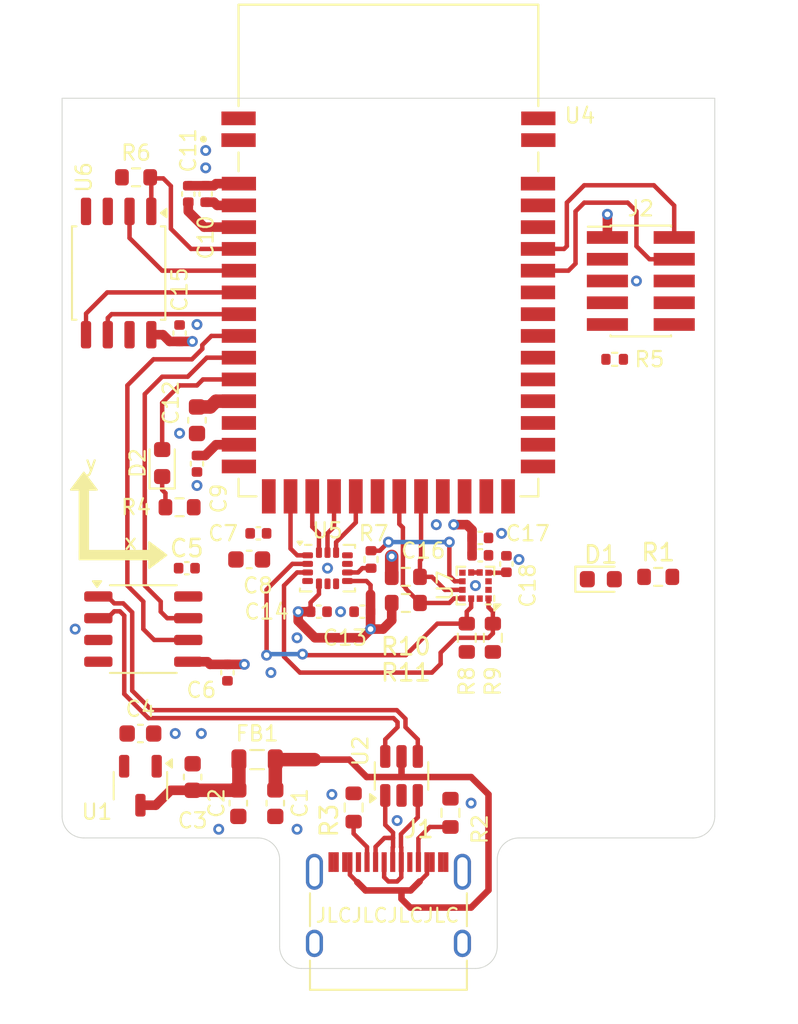
<source format=kicad_pcb>
(kicad_pcb (version 20240108) (generator "pcbnew") (generator_version "8.0")
  (layers (0 "F.Cu" signal) (31 "B.Cu" signal) (34 "B.Paste" user) (35 "F.Paste" user) (36 "B.SilkS" user "B.Silkscreen") (37 "F.SilkS" user "F.Silkscreen") (38 "B.Mask" user) (39 "F.Mask" user) (44 "Edge.Cuts" user))
  (net 0 "")
  (net 1 "GND")
  (net 2 "VBUS")
  (net 3 "+5V")
  (net 4 "+3V3")
  (net 5 "/Power + MCU + SWD/V3")
  (net 6 "/Power + MCU + SWD/0V9_DECOUPLE")
  (net 7 "/Power + MCU + SWD/1V3_RADIO_DECOUPLE")
  (net 8 "/Power + MCU + SWD/SUPPLY_DECOUPLE")
  (net 9 "/Power + MCU + SWD/1V3_LDO_DECOUPLE")
  (net 10 "/Peripherals/EXT_CAP")
  (net 11 "/Power + MCU + SWD/PWR_LED_C")
  (net 12 "/Power + MCU + SWD/DEBUG_LED_A")
  (net 13 "/Power + MCU + SWD/DEBUG_LED_C")
  (net 14 "/Power + MCU + SWD/CONN_DP")
  (net 15 "/Power + MCU + SWD/CONN_DN")
  (net 17 "/Power + MCU + SWD/CONN_CC2")
  (net 18 "/Power + MCU + SWD/CONN_CC1")
  (net 20 "/Power + MCU + SWD/SWD_GND_DET")
  (net 21 "/Power + MCU + SWD/SWDIO")
  (net 26 "/Power + MCU + SWD/SWDCLK")
  (net 27 "FLASH_nCS")
  (net 28 "/Peripherals/6DOF_INT2")
  (net 29 "/Peripherals/MAG_DRDY")
  (net 30 "/Peripherals/MAG_SDA_MOSI")
  (net 31 "/Peripherals/MAG_SCLK")
  (net 32 "MAG_nCHIP_SEL")
  (net 33 "MAG_MISO")
  (net 34 "/Power + MCU + SWD/USB_DP")
  (net 35 "/Power + MCU + SWD/USB_DN")
  (net 37 "/Power + MCU + SWD/UART_TX")
  (net 38 "/Power + MCU + SWD/UART_RX")
  (net 41 "FLASH_MISO")
  (net 43 "6DOF_nCHIP_SEL")
  (net 46 "6DOF_MISO")
  (net 50 "6DOF_SDA_MOSI")
  (net 54 "FLASH_SCLK")
  (net 56 "6DOF_SCLK")
  (net 58 "FLASH_MOSI")
  (net 63 "/Peripherals/6DOF_INT1")
  (net 68 "/Peripherals/MAG_INT")
  (footprint "Capacitor_SMD:C_0603_1608Metric" (layer "F.Cu") (at 97.028 98.552 90)
    (property "Reference" "C3")
    (property "Value" "4u7")
  )
  (footprint "Resistor_SMD:R_0603_1608Metric" (layer "F.Cu") (at 109.474 88.392)
    (property "Reference" "R10")
    (property "Value" "5k1")
  )
  (footprint "Resistor_SMD:R_0603_1608Metric" (layer "F.Cu") (at 113.03 90.424 90)
    (property "Reference" "R8")
    (property "Value" "5k1")
  )
  (footprint "Capacitor_SMD:C_0603_1608Metric" (layer "F.Cu") (at 97.282 77.724 -90)
    (property "Reference" "C12")
    (property "Value" "4u7")
  )
  (footprint "Capacitor_SMD:C_0402_1005Metric" (layer "F.Cu") (at 96.774 64.516 90)
    (property "Reference" "C11")
    (property "Value" "100nF")
  )
  (footprint "Package_SO:SOIC-8_5.23x5.23mm_P1.27mm" (layer "F.Cu") (at 92.71 69.132 -90)
    (property "Reference" "U6")
    (property "Value" "W25Q128JVS")
  )
  (footprint "Resistor_SMD:R_0603_1608Metric" (layer "F.Cu") (at 114.554 90.424 90)
    (property "Reference" "R9")
    (property "Value" "5k1")
  )
  (footprint "Capacitor_SMD:C_0402_1005Metric" (layer "F.Cu") (at 104.394 88.9)
    (property "Reference" "C14")
    (property "Value" "100nF")
  )
  (footprint "JLCPCB:JLCPCB_ToolingHole_45.4mils" (layer "F.Cu") (at 90.932 60.452)
    (property "Reference" "H1" (hide yes))
    (property "Value" "MountingHole")
  )
  (footprint "Package_SO:SOP-8_3.9x4.9mm_P1.27mm" (layer "F.Cu") (at 94.149 89.916)
    (property "Reference" "U3" (hide yes))
    (property "Value" "CH340N")
  )
  (footprint "Connector_PinHeader_1.27mm:PinHeader_2x05_P1.27mm_Vertical_SMD" (layer "F.Cu") (at 123.19 69.596)
    (property "Reference" "J2")
    (property "Value" "Conn_ARM_JTAG_SWD_10")
  )
  (footprint "Capacitor_SMD:C_0402_1005Metric" (layer "F.Cu") (at 96.689 86.36)
    (property "Reference" "C5")
    (property "Value" "100nF")
  )
  (footprint "LED_SMD:LED_0603_1608Metric" (layer "F.Cu") (at 120.855 87.005)
    (property "Reference" "D1")
    (property "Value" "19-217/GHC-YR1S2/6T")
  )
  (footprint "Capacitor_SMD:C_0603_1608Metric" (layer "F.Cu") (at 101.854 100.076 -90)
    (property "Reference" "C1")
    (property "Value" "4u7")
  )
  (footprint "Package_TO_SOT_SMD:SOT-23-3" (layer "F.Cu") (at 93.98 99.06 -90)
    (property "Reference" "U1")
    (property "Value" "XC6206PxxxMR")
  )
  (footprint "Inductor_SMD:L_0805_2012Metric" (layer "F.Cu") (at 100.7915 97.536 180)
    (property "Reference" "FB1")
    (property "Value" "GZ2012D101TF")
  )
  (footprint "Resistor_SMD:R_0402_1005Metric" (layer "F.Cu") (at 121.664 74.168)
    (property "Reference" "R5")
    (property "Value" "0R")
  )
  (footprint "Package_LGA:LGA-12_2x2mm_P0.5mm" (layer "F.Cu") (at 113.538 87.376 180)
    (property "Reference" "U7")
    (property "Value" "LIS3MDL")
  )
  (footprint "Capacitor_SMD:C_0402_1005Metric" (layer "F.Cu") (at 97.282 80.264 -90)
    (property "Reference" "C9")
    (property "Value" "100nF")
  )
  (footprint "Capacitor_SMD:C_0402_1005Metric" (layer "F.Cu") (at 115.3445 86.118 90)
    (property "Reference" "C18")
    (property "Value" "100nF")
  )
  (footprint "Package_TO_SOT_SMD:SOT-23-6" (layer "F.Cu") (at 109.222 98.4895 90)
    (property "Reference" "U2")
    (property "Value" "USBLC6-2SC6")
  )
  (footprint "Resistor_SMD:R_0603_1608Metric" (layer "F.Cu") (at 96.266 82.804 180)
    (property "Reference" "R4")
    (property "Value" "1k")
  )
  (footprint "Capacitor_SMD:C_0402_1005Metric" (layer "F.Cu") (at 97.79 64.516 90)
    (property "Reference" "C10")
    (property "Value" "100nF")
  )
  (footprint "Capacitor_SMD:C_0402_1005Metric" (layer "F.Cu") (at 99.06 92.456 -90)
    (property "Reference" "C6")
    (property "Value" "100nF")
  )
  (footprint "Resistor_SMD:R_0603_1608Metric" (layer "F.Cu") (at 106.426 100.33 90)
    (property "Reference" "R3")
    (property "Value" "5k1")
  )
  (footprint "Resistor_SMD:R_0603_1608Metric" (layer "F.Cu") (at 93.726 63.544)
    (property "Reference" "R6")
    (property "Value" "5k1")
  )
  (footprint "Capacitor_SMD:C_0402_1005Metric" (layer "F.Cu") (at 113.8205 84.594)
    (property "Reference" "C17")
    (property "Value" "100nF")
  )
  (footprint "JLCPCB:JLCPCB_ToolingHole_45.4mils" (layer "F.Cu") (at 125.984 60.452)
    (property "Reference" "H2" (hide yes))
    (property "Value" "MountingHole")
  )
  (footprint "Capacitor_SMD:C_0603_1608Metric" (layer "F.Cu") (at 100.33 85.852 180)
    (property "Reference" "C8")
    (property "Value" "4u7")
  )
  (footprint "E73-2G4M04S1B:XCVR_E73-2G4M04S1B" (layer "F.Cu") (at 108.458 67.818)
    (property "Reference" "U4")
    (property "Value" "E73-2G4M04S1B")
  )
  (footprint "Capacitor_SMD:C_0603_1608Metric" (layer "F.Cu") (at 99.695 100.076 -90)
    (property "Reference" "C2")
    (property "Value" "4u7")
  )
  (footprint "Resistor_SMD:R_0603_1608Metric" (layer "F.Cu") (at 124.206 86.868)
    (property "Reference" "R1")
    (property "Value" "1k")
  )
  (footprint "Capacitor_SMD:C_0402_1005Metric" (layer "F.Cu") (at 113.8205 85.61)
    (property "Reference" "C16")
    (property "Value" "100nF")
  )
  (footprint "Capacitor_SMD:C_0402_1005Metric" (layer "F.Cu") (at 96.266 72.644 90)
    (property "Reference" "C15")
    (property "Value" "100nF")
  )
  (footprint "Resistor_SMD:R_0603_1608Metric" (layer "F.Cu") (at 112.079 100.643 90)
    (property "Reference" "R2")
    (property "Value" "5k1")
  )
  (footprint "Connector_USB:USB_C_Receptacle_XKB_U262-16XN-4BVC11" (layer "F.Cu") (at 108.458 107.188)
    (property "Reference" "J1")
    (property "Value" "USB_C_Receptacle_USB2.0_16P")
  )
  (footprint "Capacitor_SMD:C_0603_1608Metric" (layer "F.Cu") (at 93.98 96.012)
    (property "Reference" "C4")
    (property "Value" "4u7")
  )
  (footprint "Capacitor_SMD:C_0402_1005Metric" (layer "F.Cu") (at 100.866 84.328 180)
    (property "Reference" "C7")
    (property "Value" "100nF")
  )
  (footprint "Resistor_SMD:R_0603_1608Metric" (layer "F.Cu") (at 109.474 86.868 180)
    (property "Reference" "R11")
    (property "Value" "5k1")
  )
  (footprint "Capacitor_SMD:C_0402_1005Metric" (layer "F.Cu") (at 106.934 88.9 180)
    (property "Reference" "C13")
    (property "Value" "100nF")
  )
  (footprint "Resistor_SMD:R_0402_1005Metric" (layer "F.Cu") (at 107.442 85.852 90)
    (property "Reference" "R7")
    (property "Value" "0R")
  )
  (footprint "Package_LGA:LGA-14_3x2.5mm_P0.5mm_LayoutBorder3x4y" (layer "F.Cu") (at 104.902 86.36)
    (property "Reference" "U5")
    (property "Value" "LSM6DSO")
  )
  (footprint "LED_SMD:LED_0603_1608Metric" (layer "F.Cu") (at 95.25 80.224 90)
    (property "Reference" "D2")
    (property "Value" "19-217/GHC-YR1S2/6T")
  )
  (gr_poly (pts (xy 90.678 80.772) (xy 91.44 81.788) (xy 89.916 81.788)) (stroke (width 0.1)) (fill solid) (layer "F.SilkS"))
  (gr_poly (pts (xy 95.504 85.598) (xy 94.488 86.36) (xy 94.488 84.836)) (stroke (width 0.1)) (fill solid) (layer "F.SilkS"))
  (gr_poly (pts (xy 90.932 81.788) (xy 90.932 85.852) (xy 90.424 85.852) (xy 90.424 81.788)) (stroke (width 0.1)) (fill solid) (layer "F.SilkS"))
  (gr_rect (start 90.424 85.344) (end 94.488 85.852) (stroke (width 0.1)) (fill solid) (layer "F.SilkS"))
  (gr_line (start 89.408 58.928) (end 89.408 100.838) (stroke (width 0.05)) (layer "Edge.Cuts"))
  (gr_line (start 90.678 102.108) (end 100.838 102.108) (stroke (width 0.05)) (layer "Edge.Cuts"))
  (gr_arc (start 100.838 102.108) (mid 101.736026 102.479974) (end 102.108 103.378) (stroke (width 0.05)) (layer "Edge.Cuts"))
  (gr_arc (start 127.508 100.838) (mid 127.136026 101.736026) (end 126.238 102.108) (stroke (width 0.05)) (layer "Edge.Cuts"))
  (gr_line (start 127.508 100.838) (end 127.508 58.928) (stroke (width 0.05)) (layer "Edge.Cuts"))
  (gr_line (start 102.108 103.378) (end 102.108 108.458) (stroke (width 0.05)) (layer "Edge.Cuts"))
  (gr_line (start 89.408 58.928) (end 127.508 58.928) (stroke (width 0.05)) (layer "Edge.Cuts"))
  (gr_line (start 116.078002 102.108) (end 126.238 102.108) (stroke (width 0.05)) (layer "Edge.Cuts"))
  (gr_line (start 103.378 109.728) (end 113.538 109.728) (stroke (width 0.05)) (layer "Edge.Cuts"))
  (gr_arc (start 114.808 108.458) (mid 114.436026 109.356026) (end 113.538 109.728) (stroke (width 0.05)) (layer "Edge.Cuts"))
  (gr_line (start 114.808 108.458) (end 114.808002 103.378) (stroke (width 0.05)) (layer "Edge.Cuts"))
  (gr_arc (start 90.678 102.108) (mid 89.779974 101.736026) (end 89.408 100.838) (stroke (width 0.05)) (layer "Edge.Cuts"))
  (gr_arc (start 114.808002 103.378) (mid 115.179976 102.479974) (end 116.078002 102.108) (stroke (width 0.05)) (layer "Edge.Cuts"))
  (gr_arc (start 103.378 109.728) (mid 102.479974 109.356026) (end 102.108 108.458) (stroke (width 0.05)) (layer "Edge.Cuts"))
  (gr_text "x" (at 92.964 85.344 0) (layer "F.SilkS") (effects (font (size 0.889 0.889) (thickness 0.127)) (justify left bottom)))
  (gr_text "y" (at 90.678 80.772 0) (layer "F.SilkS") (effects (font (size 0.889 0.889) (thickness 0.127)) (justify left bottom)))
  (gr_text "JLCJLCJLCJLC" (at 104.14 107.10545 0) (layer "F.SilkS") (effects (font (size 0.8128 0.8128) (thickness 0.127)) (justify left bottom)))
  (segment (start 108.649 86.868) (end 108.649 85.6742) (width 0.7874) (layer "F.Cu") (net 1))
  (segment (start 96.774 64.036) (end 97.79 64.036) (width 0.5588) (layer "F.Cu") (net 1))
  (segment (start 97.79 64.036) (end 98.27 64.036) (width 0.5588) (layer "F.Cu") (net 1))
  (segment (start 98.27 64.036) (end 98.393 63.913) (width 0.5588) (layer "F.Cu") (net 1))
  (segment (start 98.393 63.913) (end 99.728 63.913) (width 0.5588) (layer "F.Cu") (net 1))
  (via (at 111.252 83.82) (size 0.635) (drill 0.3302) (layers "F.Cu" "B.Cu") (net 1))
  (via (at 90.17 89.916) (size 0.635) (drill 0.3302) (layers "F.Cu" "B.Cu") (net 1))
  (via (at 96.012 96.012) (size 0.635) (drill 0.3302) (layers "F.Cu" "B.Cu") (net 1))
  (via (at 98.552 101.6) (size 0.635) (drill 0.3302) (layers "F.Cu" "B.Cu") (net 1))
  (via (at 105.664 88.9) (size 0.635) (drill 0.3302) (layers "F.Cu" "B.Cu") (net 1))
  (via (at 97.536 96.012) (size 0.635) (drill 0.3302) (layers "F.Cu" "B.Cu") (net 1))
  (via (at 113.284 100.076) (size 0.635) (drill 0.3302) (layers "F.Cu" "B.Cu") (net 1))
  (via (at 115.062 84.328) (size 0.635) (drill 0.3302) (layers "F.Cu" "B.Cu") (net 1))
  (via (at 116.078 85.852) (size 0.635) (drill 0.3302) (layers "F.Cu" "B.Cu") (net 1))
  (via (at 103.124 90.424) (size 0.635) (drill 0.3302) (layers "F.Cu" "B.Cu") (net 1))
  (via (at 103.124 101.6) (size 0.635) (drill 0.3302) (layers "F.Cu" "B.Cu") (net 1))
  (via (at 105.156 99.568) (size 0.635) (drill 0.3302) (layers "F.Cu" "B.Cu") (net 1))
  (via (at 108.649 85.6742) (size 0.635) (drill 0.3302) (layers "F.Cu" "B.Cu") (net 1))
  (via (at 101.6 92.456) (size 0.635) (drill 0.3302) (layers "F.Cu" "B.Cu") (net 1))
  (via (at 96.266 78.486) (size 0.635) (drill 0.3302) (layers "F.Cu" "B.Cu") (net 1))
  (via (at 104.902 86.36) (size 0.635) (drill 0.3302) (layers "F.Cu" "B.Cu") (net 1))
  (via (at 108.966 101.092) (size 0.635) (drill 0.3302) (layers "F.Cu" "B.Cu") (net 1))
  (via (at 113.538 87.376) (size 0.635) (drill 0.3302) (layers "F.Cu" "B.Cu") (net 1))
  (via (at 97.79 61.976) (size 0.635) (drill 0.3302) (layers "F.Cu" "B.Cu") (net 1))
  (via (at 97.79 62.992) (size 0.635) (drill 0.3302) (layers "F.Cu" "B.Cu") (net 1))
  (via (at 97.282 72.136) (size 0.635) (drill 0.3302) (layers "F.Cu" "B.Cu") (net 1))
  (via (at 122.936 69.596) (size 0.635) (drill 0.3302) (layers "F.Cu" "B.Cu") (net 1))
  (via (at 97.282 81.534) (size 0.635) (drill 0.3302) (layers "F.Cu" "B.Cu") (net 1))
  (segment (start 106.172 97.536) (end 104.14 97.536) (width 0.381) (layer "F.Cu") (net 2))
  (segment (start 109.22 105.172256) (end 109.22 105.664) (width 0.381) (layer "F.Cu") (net 2))
  (segment (start 101.854 97.536) (end 104.14 97.536) (width 0.7874) (layer "F.Cu") (net 2))
  (segment (start 110.279536 104.648) (end 109.75528 105.172256) (width 0.381) (layer "F.Cu") (net 2))
  (segment (start 106.208 104.258112) (end 107.0622 105.112312) (width 0.261112) (layer "F.Cu") (net 2))
  (segment (start 109.222 97.352) (end 109.222 98.552) (width 0.381) (layer "F.Cu") (net 2))
  (segment (start 114.3 99.568) (end 113.284 98.552) (width 0.381) (layer "F.Cu") (net 2))
  (segment (start 113.284 98.552) (end 107.188 98.552) (width 0.381) (layer "F.Cu") (net 2))
  (segment (start 109.728 106.172) (end 113.284 106.172) (width 0.381) (layer "F.Cu") (net 2))
  (segment (start 110.708 104.219536) (end 110.708 103.518) (width 0.261112) (layer "F.Cu") (net 2))
  (segment (start 110.279536 104.648) (end 110.708 104.219536) (width 0.261112) (layer "F.Cu") (net 2))
  (segment (start 107.188 98.552) (end 106.172 97.536) (width 0.381) (layer "F.Cu") (net 2))
  (segment (start 101.854 97.536) (end 101.854 99.301) (width 0.7874) (layer "F.Cu") (net 2))
  (segment (start 109.22 105.664) (end 109.728 106.172) (width 0.381) (layer "F.Cu") (net 2))
  (segment (start 109.75528 105.172256) (end 107.122144 105.172256) (width 0.381) (layer "F.Cu") (net 2))
  (segment (start 113.284 106.172) (end 114.3 105.156) (width 0.381) (layer "F.Cu") (net 2))
  (segment (start 106.208 103.518) (end 106.208 104.258112) (width 0.261112) (layer "F.Cu") (net 2))
  (segment (start 114.3 105.156) (end 114.3 99.568) (width 0.381) (layer "F.Cu") (net 2))
  (segment (start 107.122144 105.172256) (end 106.638944 104.689056) (width 0.381) (layer "F.Cu") (net 2))
  (segment (start 99.729 97.536) (end 99.729 99.267) (width 0.7874) (layer "F.Cu") (net 3))
  (segment (start 95.745 99.327) (end 97.028 99.327) (width 0.5588) (layer "F.Cu") (net 3))
  (segment (start 97.028 99.327) (end 99.669 99.327) (width 0.7874) (layer "F.Cu") (net 3))
  (segment (start 93.98 100.1975) (end 94.8745 100.1975) (width 0.5588) (layer "F.Cu") (net 3))
  (segment (start 94.8745 100.1975) (end 95.745 99.327) (width 0.5588) (layer "F.Cu") (net 3))
  (segment (start 108.141 89.916) (end 108.649 89.408) (width 0.5588) (layer "F.Cu") (net 4))
  (segment (start 121.24 65.704) (end 121.24 67.056) (width 0.5588) (layer "F.Cu") (net 4))
  (segment (start 98.044 91.976) (end 99.06 91.976) (width 0.5588) (layer "F.Cu") (net 4))
  (segment (start 96.774 91.821) (end 97.889 91.821) (width 0.5588) (layer "F.Cu") (net 4))
  (segment (start 104.402 87.876) (end 103.914 88.364) (width 0.261112) (layer "F.Cu") (net 4))
  (segment (start 107.414 89.916) (end 106.906 90.424) (width 0.5588) (layer "F.Cu") (net 4))
  (segment (start 113.03 83.82) (end 113.3405 84.1305) (width 0.5588) (layer "F.Cu") (net 4))
  (segment (start 95.686 73.124) (end 95.294 72.732) (width 0.5588) (layer "F.Cu") (net 4))
  (segment (start 103.1915 89.44375) (end 103.1915 88.9) (width 0.5588) (layer "F.Cu") (net 4))
  (segment (start 97.889 91.821) (end 98.044 91.976) (width 0.5588) (layer "F.Cu") (net 4))
  (segment (start 113.3405 84.1305) (end 113.3405 84.594) (width 0.5588) (layer "F.Cu") (net 4))
  (segment (start 107.176 87.11) (end 107.414 87.348) (width 0.261112) (layer "F.Cu") (net 4))
  (segment (start 95.294 72.732) (end 94.615 72.732) (width 0.5588) (layer "F.Cu") (net 4))
  (segment (start 103.914 88.364) (end 103.914 88.9) (width 0.261112) (layer "F.Cu") (net 4))
  (segment (start 100.048 91.976) (end 99.06 91.976) (width 0.5588) (layer "F.Cu") (net 4))
  (segment (start 106.0645 87.11) (end 107.176 87.11) (width 0.261112) (layer "F.Cu") (net 4))
  (segment (start 107.414 89.916) (end 108.141 89.916) (width 0.5588) (layer "F.Cu") (net 4))
  (segment (start 106.906 90.424) (end 104.17175 90.424) (width 0.5588) (layer "F.Cu") (net 4))
  (segment (start 112.268 83.82) (end 113.03 83.82) (width 0.5588) (layer "F.Cu") (net 4))
  (segment (start 103.1915 88.9) (end 103.914 88.9) (width 0.5588) (layer "F.Cu") (net 4))
  (segment (start 113.3405 84.594) (end 113.3405 85.61) (width 0.5588) (layer "F.Cu") (net 4))
  (segment (start 113.288 86.6135) (end 113.788 86.6135) (width 0.261112) (layer "F.Cu") (net 4))
  (segment (start 104.402 87.2725) (end 104.402 87.876) (width 0.261112) (layer "F.Cu") (net 4))
  (segment (start 107.414 89.916) (end 107.414 87.884) (width 0.5588) (layer "F.Cu") (net 4))
  (segment (start 97.012895 73.124) (end 96.266 73.124) (width 0.5588) (layer "F.Cu") (net 4))
  (segment (start 107.414 87.348) (end 107.414 87.884) (width 0.261112) (layer "F.Cu") (net 4))
  (segment (start 104.17175 90.424) (end 103.1915 89.44375) (width 0.5588) (layer "F.Cu") (net 4))
  (segment (start 96.266 73.124) (end 95.686 73.124) (width 0.5588) (layer "F.Cu") (net 4))
  (segment (start 108.649 89.408) (end 108.649 88.392) (width 0.5588) (layer "F.Cu") (net 4))
  (via (at 97.012895 73.124) (size 0.635) (drill 0.3302) (layers "F.Cu" "B.Cu") (net 4))
  (via (at 107.414 89.916) (size 0.635) (drill 0.3302) (layers "F.Cu" "B.Cu") (net 4))
  (via (at 112.268 83.82) (size 0.635) (drill 0.3302) (layers "F.Cu" "B.Cu") (net 4))
  (via (at 100.048 91.976) (size 0.635) (drill 0.3302) (layers "F.Cu" "B.Cu") (net 4))
  (via (at 121.24 65.704) (size 0.635) (drill 0.3302) (layers "F.Cu" "B.Cu") (net 4))
  (via (at 103.1915 88.9) (size 0.635) (drill 0.3302) (layers "F.Cu" "B.Cu") (net 4))
  (segment (start 98.393 79.153) (end 99.728 79.153) (width 0.5588) (layer "F.Cu") (net 6))
  (segment (start 97.762 79.784) (end 98.393 79.153) (width 0.5588) (layer "F.Cu") (net 6))
  (segment (start 97.282 79.784) (end 97.762 79.784) (width 0.5588) (layer "F.Cu") (net 6))
  (segment (start 98.457 65.183) (end 99.728 65.183) (width 0.5588) (layer "F.Cu") (net 7))
  (segment (start 97.79 64.996) (end 98.27 64.996) (width 0.5588) (layer "F.Cu") (net 7))
  (segment (start 98.27 64.996) (end 98.457 65.183) (width 0.5588) (layer "F.Cu") (net 7))
  (segment (start 96.774 65.532) (end 96.774 64.996) (width 0.5588) (layer "F.Cu") (net 8))
  (segment (start 97.695 66.453) (end 99.728 66.453) (width 0.5588) (layer "F.Cu") (net 8))
  (segment (start 97.695 66.453) (end 96.774 65.532) (width 0.5588) (layer "F.Cu") (net 8))
  (segment (start 97.282 76.949) (end 98.057 76.949) (width 0.7874) (layer "F.Cu") (net 9))
  (segment (start 98.057 76.949) (end 98.393 76.613) (width 0.7874) (layer "F.Cu") (net 9))
  (segment (start 98.393 76.613) (end 99.728 76.613) (width 0.7874) (layer "F.Cu") (net 9))
  (segment (start 114.3005 86.626) (end 115.3165 86.626) (width 0.261112) (layer "F.Cu") (net 10))
  (segment (start 115.3165 86.626) (end 115.3445 86.598) (width 0.261112) (layer "F.Cu") (net 10))
  (segment (start 97.282 75.692) (end 97.631 75.343) (width 0.261112) (layer "F.Cu") (net 12))
  (segment (start 95.25 79.4365) (end 95.25 76.708) (width 0.261112) (layer "F.Cu") (net 12))
  (segment (start 97.631 75.343) (end 99.728 75.343) (width 0.261112) (layer "F.Cu") (net 12))
  (segment (start 96.266 75.692) (end 97.282 75.692) (width 0.261112) (layer "F.Cu") (net 12))
  (segment (start 95.25 76.708) (end 96.266 75.692) (width 0.261112) (layer "F.Cu") (net 12))
  (segment (start 95.25 81.788) (end 95.25 81.0115) (width 0.261112) (layer "F.Cu") (net 13))
  (segment (start 95.441 82.804) (end 95.441 81.979) (width 0.261112) (layer "F.Cu") (net 13))
  (segment (start 95.3455 82.7085) (end 95.441 82.804) (width 0.261112) (layer "F.Cu") (net 13))
  (segment (start 95.441 81.979) (end 95.25 81.788) (width 0.261112) (layer "F.Cu") (net 13))
  (segment (start 109.208 104.406) (end 109.208 103.518) (width 0.261112) (layer "F.Cu") (net 14))
  (segment (start 109.208 102.655499) (end 109.208 103.518) (width 0.261112) (layer "F.Cu") (net 14))
  (segment (start 108.208 103.518) (end 108.208 104.398) (width 0.261112) (layer "F.Cu") (net 14))
  (segment (start 108.966 104.648) (end 109.208 104.406) (width 0.261112) (layer "F.Cu") (net 14))
  (segment (start 108.208 104.398) (end 108.458 104.648) (width 0.261112) (layer "F.Cu") (net 14))
  (segment (start 108.458 104.648) (end 108.966 104.648) (width 0.261112) (layer "F.Cu") (net 14))
  (segment (start 110.172 99.627) (end 110.172 100.902) (width 0.261112) (layer "F.Cu") (net 14))
  (segment (start 110.172 100.902) (end 109.190156 101.883844) (width 0.261112) (layer "F.Cu") (net 14))
  (segment (start 109.190156 102.637655) (end 109.208 102.655499) (width 0.261112) (layer "F.Cu") (net 14))
  (segment (start 109.190156 101.883844) (end 109.190156 102.637655) (width 0.261112) (layer "F.Cu") (net 14))
  (segment (start 107.708 102.625488) (end 108.225488 102.108) (width 0.261112) (layer "F.Cu") (net 15))
  (segment (start 108.725844 102.108) (end 108.725844 102.637655) (width 0.261112) (layer "F.Cu") (net 15))
  (segment (start 107.708 103.518) (end 107.708 102.625488) (width 0.261112) (layer "F.Cu") (net 15))
  (segment (start 108.225488 102.108) (end 108.725844 102.108) (width 0.261112) (layer "F.Cu") (net 15))
  (segment (start 108.708 102.655499) (end 108.708 103.518) (width 0.261112) (layer "F.Cu") (net 15))
  (segment (start 108.272 99.627) (end 108.272 101.342687) (width 0.261112) (layer "F.Cu") (net 15))
  (segment (start 108.725844 102.108) (end 108.458 102.108) (width 0.261112) (layer "F.Cu") (net 15))
  (segment (start 108.725844 101.796531) (end 108.725844 102.108) (width 0.261112) (layer "F.Cu") (net 15))
  (segment (start 108.272 101.342687) (end 108.725844 101.796531) (width 0.261112) (layer "F.Cu") (net 15))
  (segment (start 108.725844 102.637655) (end 108.708 102.655499) (width 0.261112) (layer "F.Cu") (net 15))
  (segment (start 110.208 103.518) (end 110.208 102.136) (width 0.261112) (layer "F.Cu") (net 17))
  (segment (start 110.876 101.468) (end 112.079 101.468) (width 0.261112) (layer "F.Cu") (net 17))
  (segment (start 110.208 102.136) (end 110.876 101.468) (width 0.261112) (layer "F.Cu") (net 17))
  (segment (start 106.426 101.468) (end 106.426 101.854) (width 0.261112) (layer "F.Cu") (net 18))
  (segment (start 107.208 102.636) (end 107.208 103.518) (width 0.261112) (layer "F.Cu") (net 18))
  (segment (start 106.426 101.854) (end 107.208 102.636) (width 0.261112) (layer "F.Cu") (net 18))
  (segment (start 125.14 65.196) (end 125.14 67.056) (width 0.261112) (layer "F.Cu") (net 21))
  (segment (start 118.872 65.024) (end 119.888 64.008) (width 0.261112) (layer "F.Cu") (net 21))
  (segment (start 117.188 67.723) (end 118.713 67.723) (width 0.261112) (layer "F.Cu") (net 21))
  (segment (start 118.713 67.723) (end 118.872 67.564) (width 0.261112) (layer "F.Cu") (net 21))
  (segment (start 118.872 67.564) (end 118.872 65.024) (width 0.261112) (layer "F.Cu") (net 21))
  (segment (start 123.952 64.008) (end 125.14 65.196) (width 0.261112) (layer "F.Cu") (net 21))
  (segment (start 119.888 64.008) (end 123.952 64.008) (width 0.261112) (layer "F.Cu") (net 21))
  (segment (start 122.428 65.024) (end 122.936 65.532) (width 0.261112) (layer "F.Cu") (net 26))
  (segment (start 118.967 68.993) (end 119.38 68.58) (width 0.261112) (layer "F.Cu") (net 26))
  (segment (start 117.188 68.993) (end 118.967 68.993) (width 0.261112) (layer "F.Cu") (net 26))
  (segment (start 119.38 65.532) (end 119.888 65.024) (width 0.261112) (layer "F.Cu") (net 26))
  (segment (start 119.38 68.58) (end 119.38 65.532) (width 0.261112) (layer "F.Cu") (net 26))
  (segment (start 123.698 68.326) (end 125.14 68.326) (width 0.261112) (layer "F.Cu") (net 26))
  (segment (start 122.936 65.532) (end 122.936 67.564) (width 0.261112) (layer "F.Cu") (net 26))
  (segment (start 122.936 67.564) (end 123.698 68.326) (width 0.261112) (layer "F.Cu") (net 26))
  (segment (start 119.888 65.024) (end 122.428 65.024) (width 0.261112) (layer "F.Cu") (net 26))
  (segment (start 99.728 67.723) (end 96.933 67.723) (width 0.261112) (layer "F.Cu") (net 27))
  (segment (start 95.758 64.052) (end 95.314 63.608) (width 0.261112) (layer "F.Cu") (net 27))
  (segment (start 96.933 67.723) (end 95.758 66.548) (width 0.261112) (layer "F.Cu") (net 27))
  (segment (start 94.615 63.608) (end 94.615 66.04) (width 0.261112) (layer "F.Cu") (net 27))
  (segment (start 95.758 66.548) (end 95.758 64.052) (width 0.261112) (layer "F.Cu") (net 27))
  (segment (start 95.314 63.608) (end 94.615 63.608) (width 0.261112) (layer "F.Cu") (net 27))
  (segment (start 106.934 86.36) (end 107.44 86.36) (width 0.261112) (layer "F.Cu") (net 28))
  (segment (start 106.684 86.61) (end 106.934 86.36) (width 0.261112) (layer "F.Cu") (net 28))
  (segment (start 106.0645 86.61) (end 106.684 86.61) (width 0.261112) (layer "F.Cu") (net 28))
  (segment (start 112.014 84.836) (end 112.014 86.806) (width 0.261112) (layer "F.Cu") (net 29))
  (segment (start 107.952 85.342) (end 107.442 85.342) (width 0.261112) (layer "F.Cu") (net 29))
  (segment (start 112.014 86.806) (end 112.334 87.126) (width 0.261112) (layer "F.Cu") (net 29))
  (segment (start 112.334 87.126) (end 112.7755 87.126) (width 0.261112) (layer "F.Cu") (net 29))
  (segment (start 108.458 84.836) (end 107.952 85.342) (width 0.261112) (layer "F.Cu") (net 29))
  (via (at 112.014 84.836) (size 0.635) (drill 0.3302) (layers "F.Cu" "B.Cu") (net 29))
  (via (at 108.458 84.836) (size 0.635) (drill 0.3302) (layers "F.Cu" "B.Cu") (net 29))
  (segment (start 112.014 84.836) (end 108.458 84.836) (width 0.261112) (layer "B.Cu") (net 29))
  (segment (start 103.4415 91.3765) (end 103.505 91.44) (width 0.261112) (layer "F.Cu") (net 30))
  (segment (start 101.346 91.44) (end 101.346 87.614592) (width 0.261112) (layer "F.Cu") (net 30))
  (segment (start 111.315 89.599) (end 113.03 89.599) (width 0.261112) (layer "F.Cu") (net 30))
  (segment (start 101.346 87.614592) (end 102.850592 86.11) (width 0.261112) (layer "F.Cu") (net 30))
  (segment (start 103.505 91.44) (end 109.474 91.44) (width 0.261112) (layer "F.Cu") (net 30))
  (segment (start 109.474 91.44) (end 111.315 89.599) (width 0.261112) (layer "F.Cu") (net 30))
  (segment (start 102.850592 86.11) (end 103.7395 86.11) (width 0.261112) (layer "F.Cu") (net 30))
  (segment (start 113.03 89.599) (end 113.03 88.9) (width 0.261112) (layer "F.Cu") (net 30))
  (segment (start 113.288 88.1385) (end 113.288 88.642) (width 0.261112) (layer "F.Cu") (net 30))
  (segment (start 113.288 88.642) (end 113.03 88.9) (width 0.261112) (layer "F.Cu") (net 30))
  (via (at 101.346 91.44) (size 0.635) (drill 0.3302) (layers "F.Cu" "B.Cu") (net 30))
  (via (at 103.4415 91.3765) (size 0.635) (drill 0.3302) (layers "F.Cu" "B.Cu") (net 30))
  (segment (start 101.4095 91.3765) (end 103.4415 91.3765) (width 0.261112) (layer "B.Cu") (net 30))
  (segment (start 101.346 91.44) (end 101.4095 91.3765) (width 0.261112) (layer "B.Cu") (net 30))
  (segment (start 103.128 86.61) (end 103.7395 86.61) (width 0.261112) (layer "F.Cu") (net 31))
  (segment (start 110.998 92.456) (end 103.291388 92.456) (width 0.261112) (layer "F.Cu") (net 31))
  (segment (start 103.291388 92.456) (end 102.362 91.526612) (width 0.261112) (layer "F.Cu") (net 31))
  (segment (start 102.362 87.376) (end 103.128 86.61) (width 0.261112) (layer "F.Cu") (net 31))
  (segment (start 114.554 89.599) (end 114.554 90.17) (width 0.261112) (layer "F.Cu") (net 31))
  (segment (start 111.506 91.948) (end 110.998 92.456) (width 0.261112) (layer "F.Cu") (net 31))
  (segment (start 114.554 90.17) (end 114.3 90.424) (width 0.261112) (layer "F.Cu") (net 31))
  (segment (start 114.3005 88.126) (end 114.3005 88.6465) (width 0.261112) (layer "F.Cu") (net 31))
  (segment (start 114.3 90.424) (end 112.373202 90.424) (width 0.261112) (layer "F.Cu") (net 31))
  (segment (start 102.362 91.526612) (end 102.362 87.376) (width 0.261112) (layer "F.Cu") (net 31))
  (segment (start 112.373202 90.424) (end 111.506 91.291202) (width 0.261112) (layer "F.Cu") (net 31))
  (segment (start 114.3005 88.6465) (end 114.554 88.9) (width 0.261112) (layer "F.Cu") (net 31))
  (segment (start 111.506 91.291202) (end 111.506 91.948) (width 0.261112) (layer "F.Cu") (net 31))
  (segment (start 114.554 88.9) (end 114.554 89.599) (width 0.261112) (layer "F.Cu") (net 31))
  (segment (start 110.299 88.392) (end 112.014 88.392) (width 0.261112) (layer "F.Cu") (net 32))
  (segment (start 109.093 83.781) (end 109.303 83.991) (width 0.261112) (layer "F.Cu") (net 32))
  (segment (start 112.014 88.392) (end 112.28 88.126) (width 0.261112) (layer "F.Cu") (net 32))
  (segment (start 112.28 88.126) (end 112.7755 88.126) (width 0.261112) (layer "F.Cu") (net 32))
  (segment (start 110.299 88.392) (end 109.474 87.567) (width 0.261112) (layer "F.Cu") (net 32))
  (segment (start 109.303 87.353798) (end 109.303 83.991) (width 0.261112) (layer "F.Cu") (net 32))
  (segment (start 109.474 87.567) (end 109.474 87.524798) (width 0.261112) (layer "F.Cu") (net 32))
  (segment (start 109.474 87.524798) (end 109.303 87.353798) (width 0.261112) (layer "F.Cu") (net 32))
  (segment (start 109.093 82.168) (end 109.093 83.781) (width 0.261112) (layer "F.Cu") (net 32))
  (segment (start 110.299 85.916) (end 110.363 85.852) (width 0.261112) (layer "F.Cu") (net 33))
  (segment (start 111.756 87.626) (end 110.998 86.868) (width 0.261112) (layer "F.Cu") (net 33))
  (segment (start 111.756 87.626) (end 112.7755 87.626) (width 0.261112) (layer "F.Cu") (net 33))
  (segment (start 110.998 86.868) (end 110.299 86.868) (width 0.261112) (layer "F.Cu") (net 33))
  (segment (start 110.299 86.868) (end 110.299 85.916) (width 0.261112) (layer "F.Cu") (net 33))
  (segment (start 110.363 85.852) (end 110.363 82.168) (width 0.261112) (layer "F.Cu") (net 33))
  (segment (start 109.454156 95.155836) (end 109.454156 95.640405) (width 0.261112) (layer "F.Cu") (net 34))
  (segment (start 93.501067 93.511747) (end 94.638 94.64868) (width 0.261112) (layer "F.Cu") (net 34))
  (segment (start 108.947 94.64868) (end 109.454156 95.155836) (width 0.261112) (layer "F.Cu") (net 34))
  (segment (start 92.975164 88.413844) (end 93.501067 88.939747) (width 0.261112) (layer "F.Cu") (net 34))
  (segment (start 91.524 88.011) (end 92.049 88.011) (width 0.261112) (layer "F.Cu") (net 34))
  (segment (start 92.451844 88.413844) (end 92.975164 88.413844) (width 0.261112) (layer "F.Cu") (net 34))
  (segment (start 92.049 88.011) (end 92.451844 88.413844) (width 0.261112) (layer "F.Cu") (net 34))
  (segment (start 94.638 94.64868) (end 108.947 94.64868) (width 0.261112) (layer "F.Cu") (net 34))
  (segment (start 109.454156 95.640405) (end 110.172 96.358249) (width 0.261112) (layer "F.Cu") (net 34))
  (segment (start 93.501067 88.939747) (end 93.501067 93.511747) (width 0.261112) (layer "F.Cu") (net 34))
  (segment (start 110.172 96.358249) (end 110.172 97.352) (width 0.261112) (layer "F.Cu") (net 34))
  (segment (start 93.036755 93.704075) (end 94.445672 95.112992) (width 0.261112) (layer "F.Cu") (net 35))
  (segment (start 94.445672 95.112992) (end 108.754672 95.112992) (width 0.261112) (layer "F.Cu") (net 35))
  (segment (start 108.989844 95.348164) (end 108.989844 95.640405) (width 0.261112) (layer "F.Cu") (net 35))
  (segment (start 93.036755 89.132075) (end 93.036755 93.704075) (width 0.261112) (layer "F.Cu") (net 35))
  (segment (start 91.524 89.281) (end 92.049 89.281) (width 0.261112) (layer "F.Cu") (net 35))
  (segment (start 108.754672 95.112992) (end 108.989844 95.348164) (width 0.261112) (layer "F.Cu") (net 35))
  (segment (start 92.451844 88.878156) (end 92.782836 88.878156) (width 0.261112) (layer "F.Cu") (net 35))
  (segment (start 92.782836 88.878156) (end 93.036755 89.132075) (width 0.261112) (layer "F.Cu") (net 35))
  (segment (start 108.272 96.358249) (end 108.272 97.352) (width 0.261112) (layer "F.Cu") (net 35))
  (segment (start 108.989844 95.640405) (end 108.272 96.358249) (width 0.261112) (layer "F.Cu") (net 35))
  (segment (start 92.049 89.281) (end 92.451844 88.878156) (width 0.261112) (layer "F.Cu") (net 35))
  (segment (start 95.546 89.281) (end 95.165 88.9) (width 0.261112) (layer "F.Cu") (net 37))
  (segment (start 94.234 87.376) (end 94.234 76.2) (width 0.261112) (layer "F.Cu") (net 37))
  (segment (start 96.743184 75.184) (end 97.854184 74.073) (width 0.261112) (layer "F.Cu") (net 37))
  (segment (start 95.165 88.9) (end 95.165 88.307) (width 0.261112) (layer "F.Cu") (net 37))
  (segment (start 96.774 89.281) (end 95.546 89.281) (width 0.261112) (layer "F.Cu") (net 37))
  (segment (start 95.165 88.307) (end 94.234 87.376) (width 0.261112) (layer "F.Cu") (net 37))
  (segment (start 97.854184 74.073) (end 99.728 74.073) (width 0.261112) (layer "F.Cu") (net 37))
  (segment (start 95.25 75.184) (end 96.743184 75.184) (width 0.261112) (layer "F.Cu") (net 37))
  (segment (start 94.234 76.2) (end 95.25 75.184) (width 0.261112) (layer "F.Cu") (net 37))
  (segment (start 96.774 90.551) (end 94.784 90.551) (width 0.261112) (layer "F.Cu") (net 38))
  (segment (start 98.123592 72.803) (end 99.728 72.803) (width 0.261112) (layer "F.Cu") (net 38))
  (segment (start 97.591999 73.561341) (end 97.591999 73.334593) (width 0.261112) (layer "F.Cu") (net 38))
  (segment (start 94.742 74.168) (end 96.98534 74.168) (width 0.261112) (layer "F.Cu") (net 38))
  (segment (start 93.218 87.376) (end 93.218 75.692) (width 0.261112) (layer "F.Cu") (net 38))
  (segment (start 94.784 90.551) (end 94.149 89.916) (width 0.261112) (layer "F.Cu") (net 38))
  (segment (start 93.218 75.692) (end 94.742 74.168) (width 0.261112) (layer "F.Cu") (net 38))
  (segment (start 94.149 89.916) (end 94.149 88.307) (width 0.261112) (layer "F.Cu") (net 38))
  (segment (start 97.591999 73.334593) (end 98.123592 72.803) (width 0.261112) (layer "F.Cu") (net 38))
  (segment (start 94.149 88.307) (end 93.218 87.376) (width 0.261112) (layer "F.Cu") (net 38))
  (segment (start 96.98534 74.168) (end 97.591999 73.561341) (width 0.261112) (layer "F.Cu") (net 38))
  (segment (start 95.25 68.993) (end 99.728 68.993) (width 0.261112) (layer "F.Cu") (net 41))
  (segment (start 93.345 67.088) (end 95.25 68.993) (width 0.261112) (layer "F.Cu") (net 41))
  (segment (start 93.345 65.532) (end 93.345 67.088) (width 0.261112) (layer "F.Cu") (net 41))
  (segment (start 106.553 83.693) (end 105.402 84.844) (width 0.261112) (layer "F.Cu") (net 43))
  (segment (start 106.553 82.168) (end 106.553 83.693) (width 0.261112) (layer "F.Cu") (net 43))
  (segment (start 105.402 84.844) (end 105.402 85.4475) (width 0.261112) (layer "F.Cu") (net 43))
  (segment (start 102.743 85.217) (end 103.136 85.61) (width 0.261112) (layer "F.Cu") (net 46))
  (segment (start 102.743 82.168) (end 102.743 85.217) (width 0.261112) (layer "F.Cu") (net 46))
  (segment (start 103.136 85.61) (end 103.7395 85.61) (width 0.261112) (layer "F.Cu") (net 46))
  (segment (start 104.013 83.947) (end 104.013 82.168) (width 0.261112) (layer "F.Cu") (net 50))
  (segment (start 104.402 85.4475) (end 104.402 84.336) (width 0.261112) (layer "F.Cu") (net 50))
  (segment (start 104.402 84.336) (end 104.013 83.947) (width 0.261112) (layer "F.Cu") (net 50))
  (segment (start 92.297 71.533) (end 99.728 71.533) (width 0.261112) (layer "F.Cu") (net 54))
  (segment (start 92.075 72.732) (end 92.075 71.755) (width 0.261112) (layer "F.Cu") (net 54))
  (segment (start 92.075 71.755) (end 92.297 71.533) (width 0.261112) (layer "F.Cu") (net 54))
  (segment (start 104.902 84.328) (end 105.283 83.947) (width 0.261112) (layer "F.Cu") (net 56))
  (segment (start 105.283 83.947) (end 105.283 82.168) (width 0.261112) (layer "F.Cu") (net 56))
  (segment (start 104.902 85.4475) (end 104.902 84.328) (width 0.261112) (layer "F.Cu") (net 56))
  (segment (start 92.043 70.263) (end 90.805 71.501) (width 0.261112) (layer "F.Cu") (net 58))
  (segment (start 99.728 70.263) (end 92.043 70.263) (width 0.261112) (layer "F.Cu") (net 58))
  (segment (start 90.805 71.501) (end 90.805 72.732) (width 0.254) (layer "F.Cu") (net 58))
)
</source>
